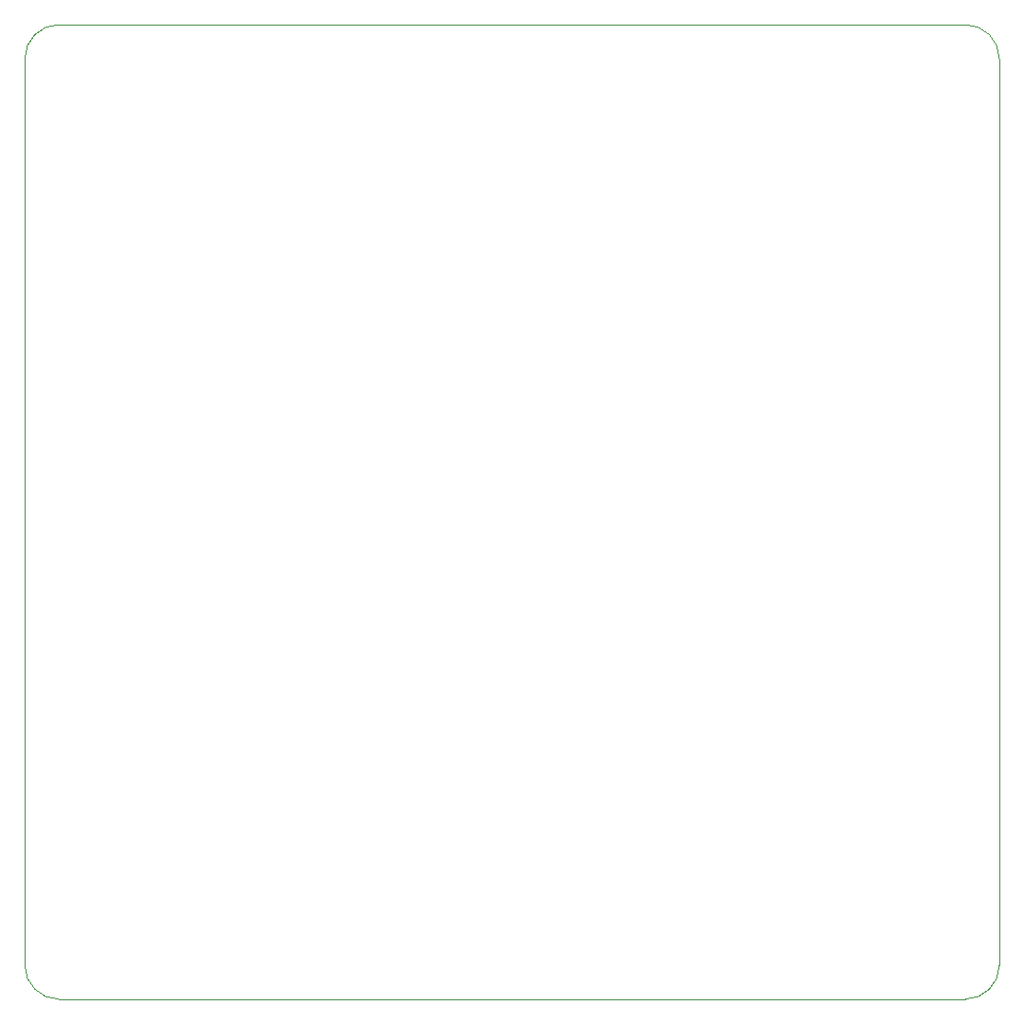
<source format=gbr>
%TF.GenerationSoftware,KiCad,Pcbnew,7.0.7-7.0.7~ubuntu20.04.1*%
%TF.CreationDate,2023-09-06T17:53:36-07:00*%
%TF.ProjectId,teensy-control-panel,7465656e-7379-42d6-936f-6e74726f6c2d,rev?*%
%TF.SameCoordinates,Original*%
%TF.FileFunction,Profile,NP*%
%FSLAX46Y46*%
G04 Gerber Fmt 4.6, Leading zero omitted, Abs format (unit mm)*
G04 Created by KiCad (PCBNEW 7.0.7-7.0.7~ubuntu20.04.1) date 2023-09-06 17:53:36*
%MOMM*%
%LPD*%
G01*
G04 APERTURE LIST*
%TA.AperFunction,Profile*%
%ADD10C,0.100000*%
%TD*%
G04 APERTURE END LIST*
D10*
X46500000Y-51500000D02*
X46500000Y-132500000D01*
X49500000Y-48500000D02*
G75*
G03*
X46500000Y-51500000I0J-3000000D01*
G01*
X130500000Y-48500000D02*
X49500000Y-48500000D01*
X133500000Y-51500000D02*
G75*
G03*
X130500000Y-48500000I-3000000J0D01*
G01*
X130500000Y-135500000D02*
G75*
G03*
X133500000Y-132500000I0J3000000D01*
G01*
X49500000Y-135500000D02*
X130500000Y-135500000D01*
X46500000Y-132500000D02*
G75*
G03*
X49500000Y-135500000I3000000J0D01*
G01*
X133500000Y-132500000D02*
X133500000Y-51500000D01*
M02*

</source>
